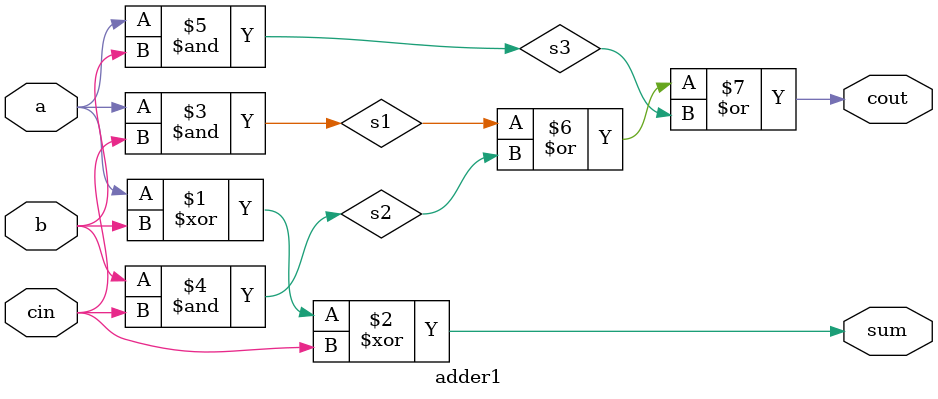
<source format=v>

module adder1
(
input wire a,           //¶¨ÒåÊäÈëµÄµÍÎ»½øÎ»¼°Á½¸ö¼ÓÊýCin¡¢a¡¢b
input wire b,
input wire cin,
output wire sum,     //¶¨ÒåÊä³öµÄºÍÓë½øÎ»µÄled
output wire cout
);
          
wire 		s1,s2,s3;   //¶¨ÒåÖÐ¼ä±äÁ¿


xor (sum,a,b,cin);      //µ÷ÓÃ»ù±¾Òì»òÃÅ
and (s1,a,cin);			//µ÷ÓÃ»ù±¾ÓëÃÅ
and (s2,b,cin);
and (s3,a,b);
or (cout,s1,s2,s3);     //µ÷ÓÃ»ù±¾»òÃÅ

endmodule
</source>
